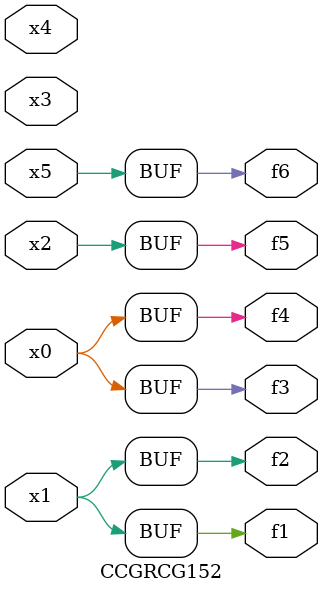
<source format=v>
module CCGRCG152(
	input x0, x1, x2, x3, x4, x5,
	output f1, f2, f3, f4, f5, f6
);
	assign f1 = x1;
	assign f2 = x1;
	assign f3 = x0;
	assign f4 = x0;
	assign f5 = x2;
	assign f6 = x5;
endmodule

</source>
